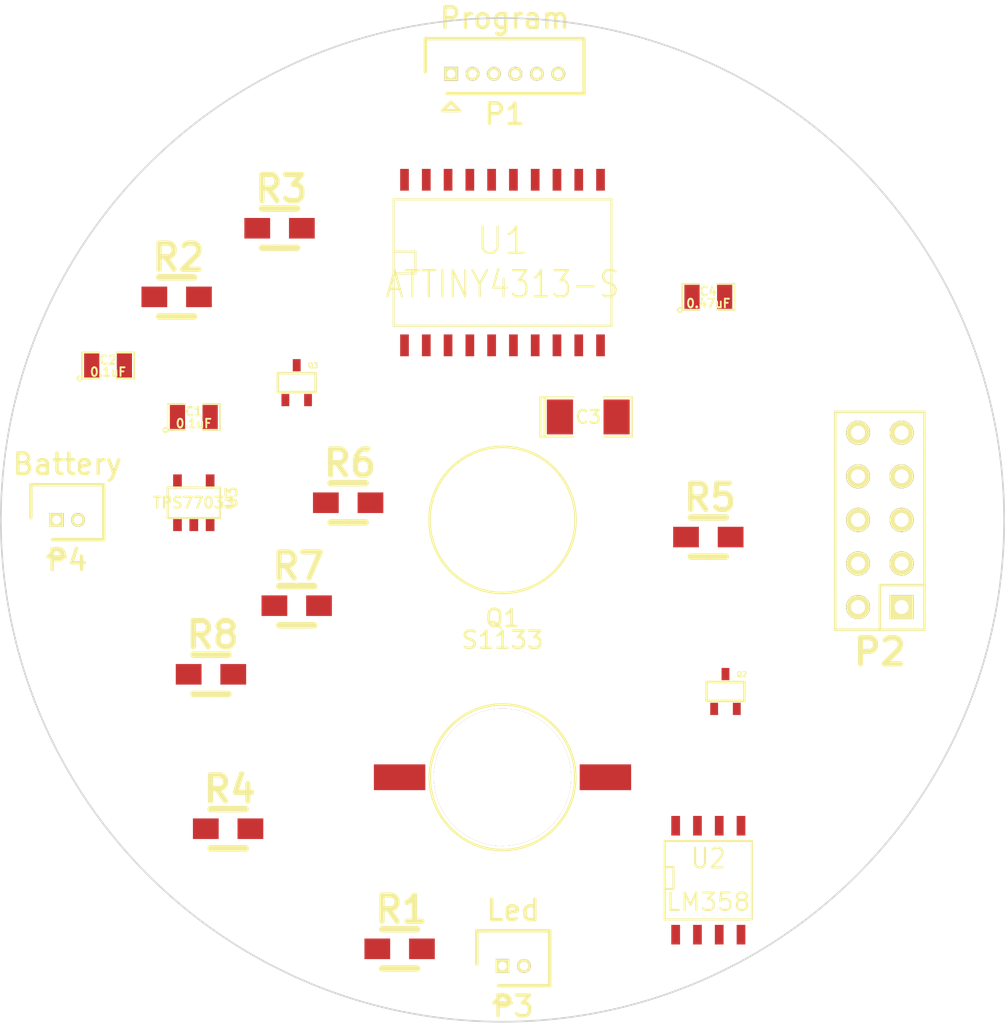
<source format=kicad_pcb>
(kicad_pcb (version 3) (host pcbnew "(2013-12-22 BZR 4568)-product")

  (general
    (links 44)
    (no_connects 35)
    (area 170.699999 69.356 230.098972 129.544)
    (thickness 1.6)
    (drawings 1)
    (tracks 0)
    (zones 0)
    (modules 23)
    (nets 35)
  )

  (page A4)
  (title_block
    (title "XBee ATTiny4313 Counting Node")
    (date "28 Jul 2014")
    (rev 0.0)
    (company "K. Sarkies")
  )

  (layers
    (15 F.Cu signal)
    (0 B.Cu signal)
    (16 B.Adhes user hide)
    (17 F.Adhes user hide)
    (18 B.Paste user hide)
    (19 F.Paste user hide)
    (20 B.SilkS user)
    (21 F.SilkS user)
    (22 B.Mask user hide)
    (23 F.Mask user hide)
    (24 Dwgs.User user hide)
    (25 Cmts.User user hide)
    (26 Eco1.User user hide)
    (27 Eco2.User user hide)
    (28 Edge.Cuts user)
  )

  (setup
    (last_trace_width 0.254)
    (trace_clearance 0.254)
    (zone_clearance 0.508)
    (zone_45_only no)
    (trace_min 0.254)
    (segment_width 0.2)
    (edge_width 0.1)
    (via_size 0.889)
    (via_drill 0.635)
    (via_min_size 0.889)
    (via_min_drill 0.508)
    (uvia_size 0.508)
    (uvia_drill 0.127)
    (uvias_allowed no)
    (uvia_min_size 0.508)
    (uvia_min_drill 0.127)
    (pcb_text_width 0.3)
    (pcb_text_size 1.5 1.5)
    (mod_edge_width 0.15)
    (mod_text_size 1 1)
    (mod_text_width 0.15)
    (pad_size 8 8)
    (pad_drill 8)
    (pad_to_mask_clearance 0)
    (aux_axis_origin 0 0)
    (visible_elements FFFFF77F)
    (pcbplotparams
      (layerselection 271613953)
      (usegerberextensions false)
      (excludeedgelayer true)
      (linewidth 0.150000)
      (plotframeref false)
      (viasonmask false)
      (mode 1)
      (useauxorigin false)
      (hpglpennumber 1)
      (hpglpenspeed 20)
      (hpglpendiameter 15)
      (hpglpenoverlay 2)
      (psnegative false)
      (psa4output false)
      (plotreference true)
      (plotvalue true)
      (plotothertext true)
      (plotinvisibletext false)
      (padsonsilk false)
      (subtractmaskfromsilk false)
      (outputformat 1)
      (mirror false)
      (drillshape 0)
      (scaleselection 1)
      (outputdirectory gerbers/))
  )

  (net 0 "")
  (net 1 GND)
  (net 2 "Net-(C1-Pad1)")
  (net 3 "Net-(C2-Pad1)")
  (net 4 "Net-(C3-Pad1)")
  (net 5 "Net-(C4-Pad1)")
  (net 6 "Net-(P1-Pad2)")
  (net 7 "Net-(P1-Pad3)")
  (net 8 "Net-(P1-Pad4)")
  (net 9 "Net-(P2-Pad10)")
  (net 10 "Net-(P2-Pad2)")
  (net 11 "Net-(P2-Pad3)")
  (net 12 "Net-(P2-Pad4)")
  (net 13 "Net-(P2-Pad5)")
  (net 14 "Net-(P2-Pad6)")
  (net 15 "Net-(P2-Pad7)")
  (net 16 "Net-(P2-Pad8)")
  (net 17 "Net-(P3-Pad1)")
  (net 18 "Net-(P4-Pad1)")
  (net 19 "Net-(Q1-Pad1)")
  (net 20 "Net-(Q1-Pad3)")
  (net 21 "Net-(Q3-PadD)")
  (net 22 "Net-(Q3-PadG)")
  (net 23 "Net-(Q3-PadS)")
  (net 24 "Net-(R3-Pad2)")
  (net 25 "Net-(R5-Pad2)")
  (net 26 "Net-(U1-Pad11)")
  (net 27 "Net-(U1-Pad12)")
  (net 28 "Net-(U1-Pad14)")
  (net 29 "Net-(U1-Pad4)")
  (net 30 "Net-(U1-Pad5)")
  (net 31 "Net-(U1-Pad7)")
  (net 32 "Net-(U1-Pad8)")
  (net 33 "Net-(U3-Pad4)")
  (net 34 VDD)

  (net_class Default "This is the default net class."
    (clearance 0.254)
    (trace_width 0.254)
    (via_dia 0.889)
    (via_drill 0.635)
    (uvia_dia 0.508)
    (uvia_drill 0.127)
    (add_net "")
    (add_net GND)
    (add_net "Net-(C1-Pad1)")
    (add_net "Net-(C2-Pad1)")
    (add_net "Net-(C3-Pad1)")
    (add_net "Net-(C4-Pad1)")
    (add_net "Net-(P1-Pad2)")
    (add_net "Net-(P1-Pad3)")
    (add_net "Net-(P1-Pad4)")
    (add_net "Net-(P2-Pad10)")
    (add_net "Net-(P2-Pad2)")
    (add_net "Net-(P2-Pad3)")
    (add_net "Net-(P2-Pad4)")
    (add_net "Net-(P2-Pad5)")
    (add_net "Net-(P2-Pad6)")
    (add_net "Net-(P2-Pad7)")
    (add_net "Net-(P2-Pad8)")
    (add_net "Net-(P3-Pad1)")
    (add_net "Net-(P4-Pad1)")
    (add_net "Net-(Q1-Pad1)")
    (add_net "Net-(Q1-Pad3)")
    (add_net "Net-(Q3-PadD)")
    (add_net "Net-(Q3-PadG)")
    (add_net "Net-(Q3-PadS)")
    (add_net "Net-(R3-Pad2)")
    (add_net "Net-(R5-Pad2)")
    (add_net "Net-(U1-Pad11)")
    (add_net "Net-(U1-Pad12)")
    (add_net "Net-(U1-Pad14)")
    (add_net "Net-(U1-Pad4)")
    (add_net "Net-(U1-Pad5)")
    (add_net "Net-(U1-Pad7)")
    (add_net "Net-(U1-Pad8)")
    (add_net "Net-(U3-Pad4)")
    (add_net VDD)
  )

  (module SMD_Packages:SM0805 (layer F.Cu) (tedit 53D59CB0) (tstamp 53D59D6E)
    (at 182 94)
    (path /53D32BD6)
    (attr smd)
    (fp_text reference C1 (at 0 -0.3175) (layer F.SilkS)
      (effects (font (size 0.50038 0.50038) (thickness 0.10922)))
    )
    (fp_text value 0.1uF (at 0 0.381) (layer F.SilkS)
      (effects (font (size 0.50038 0.50038) (thickness 0.10922)))
    )
    (fp_circle (center -1.651 0.762) (end -1.651 0.635) (layer F.SilkS) (width 0.09906))
    (fp_line (start -0.508 0.762) (end -1.524 0.762) (layer F.SilkS) (width 0.09906))
    (fp_line (start -1.524 0.762) (end -1.524 -0.762) (layer F.SilkS) (width 0.09906))
    (fp_line (start -1.524 -0.762) (end -0.508 -0.762) (layer F.SilkS) (width 0.09906))
    (fp_line (start 0.508 -0.762) (end 1.524 -0.762) (layer F.SilkS) (width 0.09906))
    (fp_line (start 1.524 -0.762) (end 1.524 0.762) (layer F.SilkS) (width 0.09906))
    (fp_line (start 1.524 0.762) (end 0.508 0.762) (layer F.SilkS) (width 0.09906))
    (pad 1 smd rect (at -0.9525 0) (size 0.889 1.397) (layers F.Cu F.Paste F.Mask)
      (net 2 "Net-(C1-Pad1)"))
    (pad 2 smd rect (at 0.9525 0) (size 0.889 1.397) (layers F.Cu F.Paste F.Mask)
      (net 1 GND))
    (model smd/chip_cms.wrl
      (at (xyz 0 0 0))
      (scale (xyz 0.1 0.1 0.1))
      (rotate (xyz 0 0 0))
    )
  )

  (module SMD_Packages:SM0805 (layer F.Cu) (tedit 53D59CB0) (tstamp 53D59D7B)
    (at 177 91)
    (path /53D32ECC)
    (attr smd)
    (fp_text reference C2 (at 0 -0.3175) (layer F.SilkS)
      (effects (font (size 0.50038 0.50038) (thickness 0.10922)))
    )
    (fp_text value 0.1uF (at 0 0.381) (layer F.SilkS)
      (effects (font (size 0.50038 0.50038) (thickness 0.10922)))
    )
    (fp_circle (center -1.651 0.762) (end -1.651 0.635) (layer F.SilkS) (width 0.09906))
    (fp_line (start -0.508 0.762) (end -1.524 0.762) (layer F.SilkS) (width 0.09906))
    (fp_line (start -1.524 0.762) (end -1.524 -0.762) (layer F.SilkS) (width 0.09906))
    (fp_line (start -1.524 -0.762) (end -0.508 -0.762) (layer F.SilkS) (width 0.09906))
    (fp_line (start 0.508 -0.762) (end 1.524 -0.762) (layer F.SilkS) (width 0.09906))
    (fp_line (start 1.524 -0.762) (end 1.524 0.762) (layer F.SilkS) (width 0.09906))
    (fp_line (start 1.524 0.762) (end 0.508 0.762) (layer F.SilkS) (width 0.09906))
    (pad 1 smd rect (at -0.9525 0) (size 0.889 1.397) (layers F.Cu F.Paste F.Mask)
      (net 3 "Net-(C2-Pad1)"))
    (pad 2 smd rect (at 0.9525 0) (size 0.889 1.397) (layers F.Cu F.Paste F.Mask)
      (net 1 GND))
    (model smd/chip_cms.wrl
      (at (xyz 0 0 0))
      (scale (xyz 0.1 0.1 0.1))
      (rotate (xyz 0 0 0))
    )
  )

  (module SMD_Packages:SM1206POL (layer F.Cu) (tedit 53D59CB0) (tstamp 53D59D8A)
    (at 205 94)
    (path /53D32BEA)
    (attr smd)
    (fp_text reference C3 (at 0 0) (layer F.SilkS)
      (effects (font (size 0.762 0.762) (thickness 0.127)))
    )
    (fp_text value 10uF (at 0 0) (layer F.SilkS) hide
      (effects (font (size 0.762 0.762) (thickness 0.127)))
    )
    (fp_line (start -2.54 -1.143) (end -2.794 -1.143) (layer F.SilkS) (width 0.127))
    (fp_line (start -2.794 -1.143) (end -2.794 1.143) (layer F.SilkS) (width 0.127))
    (fp_line (start -2.794 1.143) (end -2.54 1.143) (layer F.SilkS) (width 0.127))
    (fp_line (start -2.54 -1.143) (end -2.54 1.143) (layer F.SilkS) (width 0.127))
    (fp_line (start -2.54 1.143) (end -0.889 1.143) (layer F.SilkS) (width 0.127))
    (fp_line (start 0.889 -1.143) (end 2.54 -1.143) (layer F.SilkS) (width 0.127))
    (fp_line (start 2.54 -1.143) (end 2.54 1.143) (layer F.SilkS) (width 0.127))
    (fp_line (start 2.54 1.143) (end 0.889 1.143) (layer F.SilkS) (width 0.127))
    (fp_line (start -0.889 -1.143) (end -2.54 -1.143) (layer F.SilkS) (width 0.127))
    (pad 1 smd rect (at -1.651 0) (size 1.524 2.032) (layers F.Cu F.Paste F.Mask)
      (net 4 "Net-(C3-Pad1)"))
    (pad 2 smd rect (at 1.651 0) (size 1.524 2.032) (layers F.Cu F.Paste F.Mask)
      (net 1 GND))
    (model smd/chip_cms_pol.wrl
      (at (xyz 0 0 0))
      (scale (xyz 0.17 0.16 0.16))
      (rotate (xyz 0 0 0))
    )
  )

  (module SMD_Packages:SM0805 (layer F.Cu) (tedit 53D59CB0) (tstamp 53D59D97)
    (at 212 87)
    (path /53D36D73)
    (attr smd)
    (fp_text reference C4 (at 0 -0.3175) (layer F.SilkS)
      (effects (font (size 0.50038 0.50038) (thickness 0.10922)))
    )
    (fp_text value 0.47uF (at 0 0.381) (layer F.SilkS)
      (effects (font (size 0.50038 0.50038) (thickness 0.10922)))
    )
    (fp_circle (center -1.651 0.762) (end -1.651 0.635) (layer F.SilkS) (width 0.09906))
    (fp_line (start -0.508 0.762) (end -1.524 0.762) (layer F.SilkS) (width 0.09906))
    (fp_line (start -1.524 0.762) (end -1.524 -0.762) (layer F.SilkS) (width 0.09906))
    (fp_line (start -1.524 -0.762) (end -0.508 -0.762) (layer F.SilkS) (width 0.09906))
    (fp_line (start 0.508 -0.762) (end 1.524 -0.762) (layer F.SilkS) (width 0.09906))
    (fp_line (start 1.524 -0.762) (end 1.524 0.762) (layer F.SilkS) (width 0.09906))
    (fp_line (start 1.524 0.762) (end 0.508 0.762) (layer F.SilkS) (width 0.09906))
    (pad 1 smd rect (at -0.9525 0) (size 0.889 1.397) (layers F.Cu F.Paste F.Mask)
      (net 5 "Net-(C4-Pad1)"))
    (pad 2 smd rect (at 0.9525 0) (size 0.889 1.397) (layers F.Cu F.Paste F.Mask)
      (net 1 GND))
    (model smd/chip_cms.wrl
      (at (xyz 0 0 0))
      (scale (xyz 0.1 0.1 0.1))
      (rotate (xyz 0 0 0))
    )
  )

  (module Connectors_Serial_MOLEX:Connector_Molex_PicoBlade_53047-0610 (layer F.Cu) (tedit 53D59CB4) (tstamp 53D59DAD)
    (at 197 74)
    (descr "Molex PicoBlade 1.25mm shrouded header. Vertical. 6 ways")
    (path /53D36642)
    (fp_text reference P1 (at 3.125 2.35) (layer F.SilkS)
      (effects (font (size 1.2 1.2) (thickness 0.2)))
    )
    (fp_text value Program (at 3.125 -3.25) (layer F.SilkS)
      (effects (font (size 1.2 1.2) (thickness 0.2)))
    )
    (fp_line (start -1.5 -0.12) (end -1.5 -2.05) (layer F.SilkS) (width 0.2))
    (fp_line (start -1.5 -2.05) (end 7.75 -2.05) (layer F.SilkS) (width 0.2))
    (fp_line (start 7.75 -2.05) (end 7.75 1.15) (layer F.SilkS) (width 0.2))
    (fp_line (start 7.75 1.15) (end -0.23 1.15) (layer F.SilkS) (width 0.2))
    (fp_line (start 0 1.65) (end 0.5 2.15) (layer F.SilkS) (width 0.2))
    (fp_line (start 0.5 2.15) (end -0.5 2.15) (layer F.SilkS) (width 0.2))
    (fp_line (start -0.5 2.15) (end 0 1.65) (layer F.SilkS) (width 0.2))
    (fp_line (start -0.23 1.15) (end -1.5 -0.12) (layer F.Adhes) (width 0.2))
    (fp_line (start -1.5 -0.12) (end -1.5 -2.05) (layer F.Adhes) (width 0.2))
    (fp_line (start -1.5 -2.05) (end 7.75 -2.05) (layer F.Adhes) (width 0.2))
    (fp_line (start 7.75 -2.05) (end 7.75 1.15) (layer F.Adhes) (width 0.2))
    (fp_line (start 7.75 1.15) (end -0.23 1.15) (layer F.Adhes) (width 0.2))
    (pad 1 thru_hole rect (at 0 0) (size 0.8 0.8) (drill 0.5) (layers *.Cu *.Mask F.SilkS)
      (net 1 GND))
    (pad 2 thru_hole oval (at 1.25 0) (size 0.8 0.8) (drill 0.5) (layers *.Cu *.Mask F.SilkS)
      (net 6 "Net-(P1-Pad2)"))
    (pad 3 thru_hole oval (at 2.5 0) (size 0.8 0.8) (drill 0.5) (layers *.Cu *.Mask F.SilkS)
      (net 7 "Net-(P1-Pad3)"))
    (pad 4 thru_hole oval (at 3.75 0) (size 0.8 0.8) (drill 0.5) (layers *.Cu *.Mask F.SilkS)
      (net 8 "Net-(P1-Pad4)"))
    (pad 5 thru_hole oval (at 5 0) (size 0.8 0.8) (drill 0.5) (layers *.Cu *.Mask F.SilkS)
      (net 2 "Net-(C1-Pad1)"))
    (pad 6 thru_hole oval (at 6.25 0) (size 0.8 0.8) (drill 0.5) (layers *.Cu *.Mask F.SilkS)
      (net 34 VDD))
    (model Connectors/conn_df13/df13-6p-125dsa.wrl
      (at (xyz 0.123031 0 0))
      (scale (xyz 1 1 1))
      (rotate (xyz 0 0 180))
    )
  )

  (module imciner2:CONN_2x5 (layer F.Cu) (tedit 5214D2D0) (tstamp 53D5AA47)
    (at 222 100)
    (path /53D44116)
    (fp_text reference P2 (at 0 7.7) (layer F.SilkS)
      (effects (font (thickness 0.3048)))
    )
    (fp_text value "XBee Adaptor" (at 0 -7.2) (layer F.SilkS) hide
      (effects (font (thickness 0.3048)))
    )
    (fp_line (start 2.6 6.4) (end 2.6 3.8) (layer F.SilkS) (width 0.15))
    (fp_line (start 0 6.4) (end -2.5 6.4) (layer F.SilkS) (width 0.15))
    (fp_line (start -2.5 6.4) (end -2.6 6.4) (layer F.SilkS) (width 0.15))
    (fp_line (start -2.6 6.4) (end -2.6 0.9) (layer F.SilkS) (width 0.15))
    (fp_line (start 2.6 2.6) (end 2.6 3.8) (layer F.SilkS) (width 0.15))
    (fp_line (start 0 6.4) (end 2.6 6.4) (layer F.SilkS) (width 0.15))
    (fp_line (start 0 6.4) (end 0 3.8) (layer F.SilkS) (width 0.15))
    (fp_line (start 0 3.8) (end 2.6 3.8) (layer F.SilkS) (width 0.15))
    (fp_line (start -2.6 -5.1) (end -2.6 -6.3) (layer F.SilkS) (width 0.15))
    (fp_line (start -2.6 -6.3) (end 2.6 -6.3) (layer F.SilkS) (width 0.15))
    (fp_line (start 2.6 -6.3) (end 2.6 -5.1) (layer F.SilkS) (width 0.15))
    (fp_line (start 2.6 2.6) (end 2.6 -3.9) (layer F.SilkS) (width 0.15))
    (fp_line (start 2.6 -3.9) (end 2.6 -5) (layer F.SilkS) (width 0.15))
    (fp_line (start 2.6 -5) (end 2.6 -5.1) (layer F.SilkS) (width 0.15))
    (fp_line (start -2.6 -5.1) (end -2.6 -3.2) (layer F.SilkS) (width 0.15))
    (fp_line (start -2.6 0.9) (end -2.6 -3.2) (layer F.SilkS) (width 0.15))
    (pad 1 thru_hole rect (at 1.27 5.08) (size 1.397 1.397) (drill 0.8128) (layers *.Cu *.Mask F.SilkS)
      (net 34 VDD))
    (pad 2 thru_hole circle (at -1.27 5.08) (size 1.397 1.397) (drill 0.8128) (layers *.Cu *.Mask F.SilkS)
      (net 10 "Net-(P2-Pad2)"))
    (pad 3 thru_hole circle (at 1.27 2.54) (size 1.397 1.397) (drill 0.8128) (layers *.Cu *.Mask F.SilkS)
      (net 11 "Net-(P2-Pad3)"))
    (pad 4 thru_hole circle (at -1.27 2.54) (size 1.397 1.397) (drill 0.8128) (layers *.Cu *.Mask F.SilkS)
      (net 12 "Net-(P2-Pad4)"))
    (pad 5 thru_hole circle (at 1.27 0) (size 1.397 1.397) (drill 0.8128) (layers *.Cu *.Mask F.SilkS)
      (net 13 "Net-(P2-Pad5)"))
    (pad 6 thru_hole circle (at -1.27 0) (size 1.397 1.397) (drill 0.8128) (layers *.Cu *.Mask F.SilkS)
      (net 14 "Net-(P2-Pad6)"))
    (pad 7 thru_hole circle (at 1.27 -2.54) (size 1.397 1.397) (drill 0.8128) (layers *.Cu *.Mask F.SilkS)
      (net 15 "Net-(P2-Pad7)"))
    (pad 8 thru_hole circle (at -1.27 -2.54) (size 1.397 1.397) (drill 0.8128) (layers *.Cu *.Mask F.SilkS)
      (net 16 "Net-(P2-Pad8)"))
    (pad 9 thru_hole circle (at 1.27 -5.08) (size 1.397 1.397) (drill 0.8128) (layers *.Cu *.Mask F.SilkS)
      (net 1 GND))
    (pad 10 thru_hole circle (at -1.27 -5.08) (size 1.397 1.397) (drill 0.8128) (layers *.Cu *.Mask F.SilkS)
      (net 9 "Net-(P2-Pad10)"))
  )

  (module Connectors_Serial_MOLEX:Connector_Molex_PicoBlade_53047-0210 (layer F.Cu) (tedit 53D59CB4) (tstamp 53D59DDD)
    (at 200 126)
    (descr "Molex PicoBlade 1.25mm shrouded header. Vertical. 2 ways")
    (path /53D4FA83)
    (fp_text reference P3 (at 0.625 2.35) (layer F.SilkS)
      (effects (font (size 1.2 1.2) (thickness 0.2)))
    )
    (fp_text value Led (at 0.625 -3.25) (layer F.SilkS)
      (effects (font (size 1.2 1.2) (thickness 0.2)))
    )
    (fp_line (start -1.5 -0.12) (end -1.5 -2.05) (layer F.SilkS) (width 0.2))
    (fp_line (start -1.5 -2.05) (end 2.75 -2.05) (layer F.SilkS) (width 0.2))
    (fp_line (start 2.75 -2.05) (end 2.75 1.15) (layer F.SilkS) (width 0.2))
    (fp_line (start 2.75 1.15) (end -0.23 1.15) (layer F.SilkS) (width 0.2))
    (fp_line (start 0 1.65) (end 0.5 2.15) (layer F.SilkS) (width 0.2))
    (fp_line (start 0.5 2.15) (end -0.5 2.15) (layer F.SilkS) (width 0.2))
    (fp_line (start -0.5 2.15) (end 0 1.65) (layer F.SilkS) (width 0.2))
    (fp_line (start -0.23 1.15) (end -1.5 -0.12) (layer F.Adhes) (width 0.2))
    (fp_line (start -1.5 -0.12) (end -1.5 -2.05) (layer F.Adhes) (width 0.2))
    (fp_line (start -1.5 -2.05) (end 2.75 -2.05) (layer F.Adhes) (width 0.2))
    (fp_line (start 2.75 -2.05) (end 2.75 1.15) (layer F.Adhes) (width 0.2))
    (fp_line (start 2.75 1.15) (end -0.23 1.15) (layer F.Adhes) (width 0.2))
    (pad 1 thru_hole rect (at 0 0) (size 0.8 0.8) (drill 0.5) (layers *.Cu *.Mask F.SilkS)
      (net 17 "Net-(P3-Pad1)"))
    (pad 2 thru_hole oval (at 1.25 0) (size 0.8 0.8) (drill 0.5) (layers *.Cu *.Mask F.SilkS)
      (net 1 GND))
    (model Connectors/conn_df13/df13-2p-125dsa.wrl
      (at (xyz 0.0246063 0 0))
      (scale (xyz 1 1 1))
      (rotate (xyz 0 0 180))
    )
  )

  (module Connectors_Serial_MOLEX:Connector_Molex_PicoBlade_53047-0210 (layer F.Cu) (tedit 53D59CB4) (tstamp 53D59DEF)
    (at 174 100)
    (descr "Molex PicoBlade 1.25mm shrouded header. Vertical. 2 ways")
    (path /53D32A7E)
    (fp_text reference P4 (at 0.625 2.35) (layer F.SilkS)
      (effects (font (size 1.2 1.2) (thickness 0.2)))
    )
    (fp_text value Battery (at 0.625 -3.25) (layer F.SilkS)
      (effects (font (size 1.2 1.2) (thickness 0.2)))
    )
    (fp_line (start -1.5 -0.12) (end -1.5 -2.05) (layer F.SilkS) (width 0.2))
    (fp_line (start -1.5 -2.05) (end 2.75 -2.05) (layer F.SilkS) (width 0.2))
    (fp_line (start 2.75 -2.05) (end 2.75 1.15) (layer F.SilkS) (width 0.2))
    (fp_line (start 2.75 1.15) (end -0.23 1.15) (layer F.SilkS) (width 0.2))
    (fp_line (start 0 1.65) (end 0.5 2.15) (layer F.SilkS) (width 0.2))
    (fp_line (start 0.5 2.15) (end -0.5 2.15) (layer F.SilkS) (width 0.2))
    (fp_line (start -0.5 2.15) (end 0 1.65) (layer F.SilkS) (width 0.2))
    (fp_line (start -0.23 1.15) (end -1.5 -0.12) (layer F.Adhes) (width 0.2))
    (fp_line (start -1.5 -0.12) (end -1.5 -2.05) (layer F.Adhes) (width 0.2))
    (fp_line (start -1.5 -2.05) (end 2.75 -2.05) (layer F.Adhes) (width 0.2))
    (fp_line (start 2.75 -2.05) (end 2.75 1.15) (layer F.Adhes) (width 0.2))
    (fp_line (start 2.75 1.15) (end -0.23 1.15) (layer F.Adhes) (width 0.2))
    (pad 1 thru_hole rect (at 0 0) (size 0.8 0.8) (drill 0.5) (layers *.Cu *.Mask F.SilkS)
      (net 18 "Net-(P4-Pad1)"))
    (pad 2 thru_hole oval (at 1.25 0) (size 0.8 0.8) (drill 0.5) (layers *.Cu *.Mask F.SilkS)
      (net 1 GND))
    (model Connectors/conn_df13/df13-2p-125dsa.wrl
      (at (xyz 0.0246063 0 0))
      (scale (xyz 1 1 1))
      (rotate (xyz 0 0 180))
    )
  )

  (module PhotoDiode:S1133 (layer F.Cu) (tedit 53D59CB2) (tstamp 53D59DF7)
    (at 200 107)
    (path /53D35EC7)
    (fp_text reference Q1 (at 0 -1.27) (layer F.SilkS)
      (effects (font (size 1 1) (thickness 0.15)))
    )
    (fp_text value S1133 (at 0 0) (layer F.SilkS)
      (effects (font (size 1 1) (thickness 0.15)))
    )
    (fp_circle (center 0 8) (end 3 5) (layer F.SilkS) (width 0.15))
    (pad 1 smd rect (at 6 8) (size 3 1.5) (layers F.Cu F.Paste F.Mask)
      (net 19 "Net-(Q1-Pad1)"))
    (pad 2 smd rect (at -6 8) (size 3 1.5) (layers F.Cu F.Paste F.Mask))
    (pad 2 thru_hole circle (at 0 8) (size 8 8) (drill 8) (layers *.Cu *.Mask F.SilkS))
  )

  (module Transistors_SMD:sc70 (layer F.Cu) (tedit 53D59CAC) (tstamp 53D59E03)
    (at 213 110)
    (descr SC70)
    (path /53D35E04)
    (attr smd)
    (fp_text reference Q2 (at 0.95 -1) (layer F.SilkS)
      (effects (font (size 0.29972 0.29972) (thickness 0.06096)))
    )
    (fp_text value S9014 (at 1.85 0.25) (layer F.SilkS) hide
      (effects (font (size 0.29972 0.29972) (thickness 0.06096)))
    )
    (fp_line (start -1.1 -0.55) (end -1.1 0.55) (layer F.SilkS) (width 0.15))
    (fp_line (start -1.1 0.55) (end 1.1 0.55) (layer F.SilkS) (width 0.15))
    (fp_line (start 1.1 0.55) (end 1.1 -0.55) (layer F.SilkS) (width 0.15))
    (fp_line (start 1.1 -0.55) (end -1.05 -0.55) (layer F.SilkS) (width 0.15))
    (fp_line (start -1.05 -0.55) (end -1.1 -0.55) (layer F.SilkS) (width 0.15))
    (pad 1 smd rect (at -0.6604 1.016) (size 0.4572 0.7112) (layers F.Cu F.Paste F.Mask)
      (net 1 GND))
    (pad 2 smd rect (at 0.6604 1.016) (size 0.4572 0.7112) (layers F.Cu F.Paste F.Mask)
      (net 19 "Net-(Q1-Pad1)"))
    (pad 3 smd rect (at 0 -1.016) (size 0.4572 0.7112) (layers F.Cu F.Paste F.Mask)
      (net 20 "Net-(Q1-Pad3)"))
    (model smd/smd_transistors/sc70.wrl
      (at (xyz 0 0 0))
      (scale (xyz 1 1 1))
      (rotate (xyz 0 0 0))
    )
  )

  (module Transistors_SMD:sc70 (layer F.Cu) (tedit 53D59CAC) (tstamp 53D59E0F)
    (at 188 92)
    (descr SC70)
    (path /53D32AE5)
    (attr smd)
    (fp_text reference Q3 (at 0.95 -1) (layer F.SilkS)
      (effects (font (size 0.29972 0.29972) (thickness 0.06096)))
    )
    (fp_text value 2N7000 (at 1.85 0.25) (layer F.SilkS) hide
      (effects (font (size 0.29972 0.29972) (thickness 0.06096)))
    )
    (fp_line (start -1.1 -0.55) (end -1.1 0.55) (layer F.SilkS) (width 0.15))
    (fp_line (start -1.1 0.55) (end 1.1 0.55) (layer F.SilkS) (width 0.15))
    (fp_line (start 1.1 0.55) (end 1.1 -0.55) (layer F.SilkS) (width 0.15))
    (fp_line (start 1.1 -0.55) (end -1.05 -0.55) (layer F.SilkS) (width 0.15))
    (fp_line (start -1.05 -0.55) (end -1.1 -0.55) (layer F.SilkS) (width 0.15))
    (pad 1 smd rect (at -0.6604 1.016) (size 0.4572 0.7112) (layers F.Cu F.Paste F.Mask))
    (pad 2 smd rect (at 0.6604 1.016) (size 0.4572 0.7112) (layers F.Cu F.Paste F.Mask))
    (pad 3 smd rect (at 0 -1.016) (size 0.4572 0.7112) (layers F.Cu F.Paste F.Mask))
    (model smd/smd_transistors/sc70.wrl
      (at (xyz 0 0 0))
      (scale (xyz 1 1 1))
      (rotate (xyz 0 0 0))
    )
  )

  (module Resistors_SMD:Resistor_SMD0805_HandSoldering (layer F.Cu) (tedit 53D59CB2) (tstamp 53D59E19)
    (at 194 125)
    (descr "Resistor, SMD, 0805, Hand soldering,")
    (tags "Resistor, SMD, 0805, Hand soldering,")
    (path /53D4FCA0)
    (attr smd)
    (fp_text reference R1 (at 0.09906 -2.30124) (layer F.SilkS)
      (effects (font (thickness 0.3048)))
    )
    (fp_text value 33K (at 0.20066 2.60096) (layer F.SilkS) hide
      (effects (font (thickness 0.3048)))
    )
    (fp_line (start 0 -1.143) (end -1.016 -1.143) (layer F.SilkS) (width 0.381))
    (fp_line (start 0 -1.143) (end 1.016 -1.143) (layer F.SilkS) (width 0.381))
    (fp_line (start 0 1.143) (end -1.016 1.143) (layer F.SilkS) (width 0.381))
    (fp_line (start 0 1.143) (end 1.016 1.143) (layer F.SilkS) (width 0.381))
    (pad 1 smd rect (at -1.30048 0) (size 1.50114 1.19888) (layers F.Cu F.Paste F.Mask)
      (net 17 "Net-(P3-Pad1)"))
    (pad 2 smd rect (at 1.30048 0) (size 1.50114 1.19888) (layers F.Cu F.Paste F.Mask)
      (net 18 "Net-(P4-Pad1)"))
  )

  (module Resistors_SMD:Resistor_SMD0805_HandSoldering (layer F.Cu) (tedit 53D59CB2) (tstamp 53D59E23)
    (at 181 87)
    (descr "Resistor, SMD, 0805, Hand soldering,")
    (tags "Resistor, SMD, 0805, Hand soldering,")
    (path /53D35F1D)
    (attr smd)
    (fp_text reference R2 (at 0.09906 -2.30124) (layer F.SilkS)
      (effects (font (thickness 0.3048)))
    )
    (fp_text value 100K (at 0.20066 2.60096) (layer F.SilkS) hide
      (effects (font (thickness 0.3048)))
    )
    (fp_line (start 0 -1.143) (end -1.016 -1.143) (layer F.SilkS) (width 0.381))
    (fp_line (start 0 -1.143) (end 1.016 -1.143) (layer F.SilkS) (width 0.381))
    (fp_line (start 0 1.143) (end -1.016 1.143) (layer F.SilkS) (width 0.381))
    (fp_line (start 0 1.143) (end 1.016 1.143) (layer F.SilkS) (width 0.381))
    (pad 1 smd rect (at -1.30048 0) (size 1.50114 1.19888) (layers F.Cu F.Paste F.Mask)
      (net 34 VDD))
    (pad 2 smd rect (at 1.30048 0) (size 1.50114 1.19888) (layers F.Cu F.Paste F.Mask)
      (net 20 "Net-(Q1-Pad3)"))
  )

  (module Resistors_SMD:Resistor_SMD0805_HandSoldering (layer F.Cu) (tedit 53D59CB2) (tstamp 53D59E2D)
    (at 187 83)
    (descr "Resistor, SMD, 0805, Hand soldering,")
    (tags "Resistor, SMD, 0805, Hand soldering,")
    (path /53D32BAE)
    (attr smd)
    (fp_text reference R3 (at 0.09906 -2.30124) (layer F.SilkS)
      (effects (font (thickness 0.3048)))
    )
    (fp_text value 120K (at 0.20066 2.60096) (layer F.SilkS) hide
      (effects (font (thickness 0.3048)))
    )
    (fp_line (start 0 -1.143) (end -1.016 -1.143) (layer F.SilkS) (width 0.381))
    (fp_line (start 0 -1.143) (end 1.016 -1.143) (layer F.SilkS) (width 0.381))
    (fp_line (start 0 1.143) (end -1.016 1.143) (layer F.SilkS) (width 0.381))
    (fp_line (start 0 1.143) (end 1.016 1.143) (layer F.SilkS) (width 0.381))
    (pad 1 smd rect (at -1.30048 0) (size 1.50114 1.19888) (layers F.Cu F.Paste F.Mask)
      (net 34 VDD))
    (pad 2 smd rect (at 1.30048 0) (size 1.50114 1.19888) (layers F.Cu F.Paste F.Mask)
      (net 24 "Net-(R3-Pad2)"))
  )

  (module Resistors_SMD:Resistor_SMD0805_HandSoldering (layer F.Cu) (tedit 53D59CB2) (tstamp 53D59E37)
    (at 184 118)
    (descr "Resistor, SMD, 0805, Hand soldering,")
    (tags "Resistor, SMD, 0805, Hand soldering,")
    (path /53D35C10)
    (attr smd)
    (fp_text reference R4 (at 0.09906 -2.30124) (layer F.SilkS)
      (effects (font (thickness 0.3048)))
    )
    (fp_text value 22K (at 0.20066 2.60096) (layer F.SilkS) hide
      (effects (font (thickness 0.3048)))
    )
    (fp_line (start 0 -1.143) (end -1.016 -1.143) (layer F.SilkS) (width 0.381))
    (fp_line (start 0 -1.143) (end 1.016 -1.143) (layer F.SilkS) (width 0.381))
    (fp_line (start 0 1.143) (end -1.016 1.143) (layer F.SilkS) (width 0.381))
    (fp_line (start 0 1.143) (end 1.016 1.143) (layer F.SilkS) (width 0.381))
    (pad 1 smd rect (at -1.30048 0) (size 1.50114 1.19888) (layers F.Cu F.Paste F.Mask)
      (net 24 "Net-(R3-Pad2)"))
    (pad 2 smd rect (at 1.30048 0) (size 1.50114 1.19888) (layers F.Cu F.Paste F.Mask)
      (net 1 GND))
  )

  (module Resistors_SMD:Resistor_SMD0805_HandSoldering (layer F.Cu) (tedit 53D59CB2) (tstamp 53D59E41)
    (at 212 101)
    (descr "Resistor, SMD, 0805, Hand soldering,")
    (tags "Resistor, SMD, 0805, Hand soldering,")
    (path /53D35C63)
    (attr smd)
    (fp_text reference R5 (at 0.09906 -2.30124) (layer F.SilkS)
      (effects (font (thickness 0.3048)))
    )
    (fp_text value 1M (at 0.20066 2.60096) (layer F.SilkS) hide
      (effects (font (thickness 0.3048)))
    )
    (fp_line (start 0 -1.143) (end -1.016 -1.143) (layer F.SilkS) (width 0.381))
    (fp_line (start 0 -1.143) (end 1.016 -1.143) (layer F.SilkS) (width 0.381))
    (fp_line (start 0 1.143) (end -1.016 1.143) (layer F.SilkS) (width 0.381))
    (fp_line (start 0 1.143) (end 1.016 1.143) (layer F.SilkS) (width 0.381))
    (pad 1 smd rect (at -1.30048 0) (size 1.50114 1.19888) (layers F.Cu F.Paste F.Mask)
      (net 24 "Net-(R3-Pad2)"))
    (pad 2 smd rect (at 1.30048 0) (size 1.50114 1.19888) (layers F.Cu F.Paste F.Mask)
      (net 25 "Net-(R5-Pad2)"))
  )

  (module Resistors_SMD:Resistor_SMD0805_HandSoldering (layer F.Cu) (tedit 53D59CB2) (tstamp 53D59E4B)
    (at 191 99)
    (descr "Resistor, SMD, 0805, Hand soldering,")
    (tags "Resistor, SMD, 0805, Hand soldering,")
    (path /53D32B68)
    (attr smd)
    (fp_text reference R6 (at 0.09906 -2.30124) (layer F.SilkS)
      (effects (font (thickness 0.3048)))
    )
    (fp_text value 10K (at 0.20066 2.60096) (layer F.SilkS) hide
      (effects (font (thickness 0.3048)))
    )
    (fp_line (start 0 -1.143) (end -1.016 -1.143) (layer F.SilkS) (width 0.381))
    (fp_line (start 0 -1.143) (end 1.016 -1.143) (layer F.SilkS) (width 0.381))
    (fp_line (start 0 1.143) (end -1.016 1.143) (layer F.SilkS) (width 0.381))
    (fp_line (start 0 1.143) (end 1.016 1.143) (layer F.SilkS) (width 0.381))
    (pad 1 smd rect (at -1.30048 0) (size 1.50114 1.19888) (layers F.Cu F.Paste F.Mask)
      (net 2 "Net-(C1-Pad1)"))
    (pad 2 smd rect (at 1.30048 0) (size 1.50114 1.19888) (layers F.Cu F.Paste F.Mask)
      (net 34 VDD))
  )

  (module Resistors_SMD:Resistor_SMD0805_HandSoldering (layer F.Cu) (tedit 53D59CB2) (tstamp 53D59E55)
    (at 188 105)
    (descr "Resistor, SMD, 0805, Hand soldering,")
    (tags "Resistor, SMD, 0805, Hand soldering,")
    (path /53D32AFA)
    (attr smd)
    (fp_text reference R7 (at 0.09906 -2.30124) (layer F.SilkS)
      (effects (font (thickness 0.3048)))
    )
    (fp_text value 15K (at 0.20066 2.60096) (layer F.SilkS) hide
      (effects (font (thickness 0.3048)))
    )
    (fp_line (start 0 -1.143) (end -1.016 -1.143) (layer F.SilkS) (width 0.381))
    (fp_line (start 0 -1.143) (end 1.016 -1.143) (layer F.SilkS) (width 0.381))
    (fp_line (start 0 1.143) (end -1.016 1.143) (layer F.SilkS) (width 0.381))
    (fp_line (start 0 1.143) (end 1.016 1.143) (layer F.SilkS) (width 0.381))
    (pad 1 smd rect (at -1.30048 0) (size 1.50114 1.19888) (layers F.Cu F.Paste F.Mask)
      (net 18 "Net-(P4-Pad1)"))
    (pad 2 smd rect (at 1.30048 0) (size 1.50114 1.19888) (layers F.Cu F.Paste F.Mask)
      (net 21 "Net-(Q3-PadD)"))
  )

  (module Resistors_SMD:Resistor_SMD0805_HandSoldering (layer F.Cu) (tedit 53D59CB2) (tstamp 53D59E5F)
    (at 183 109)
    (descr "Resistor, SMD, 0805, Hand soldering,")
    (tags "Resistor, SMD, 0805, Hand soldering,")
    (path /53D32B0E)
    (attr smd)
    (fp_text reference R8 (at 0.09906 -2.30124) (layer F.SilkS)
      (effects (font (thickness 0.3048)))
    )
    (fp_text value 4.7K (at 0.20066 2.60096) (layer F.SilkS) hide
      (effects (font (thickness 0.3048)))
    )
    (fp_line (start 0 -1.143) (end -1.016 -1.143) (layer F.SilkS) (width 0.381))
    (fp_line (start 0 -1.143) (end 1.016 -1.143) (layer F.SilkS) (width 0.381))
    (fp_line (start 0 1.143) (end -1.016 1.143) (layer F.SilkS) (width 0.381))
    (fp_line (start 0 1.143) (end 1.016 1.143) (layer F.SilkS) (width 0.381))
    (pad 1 smd rect (at -1.30048 0) (size 1.50114 1.19888) (layers F.Cu F.Paste F.Mask)
      (net 23 "Net-(Q3-PadS)"))
    (pad 2 smd rect (at 1.30048 0) (size 1.50114 1.19888) (layers F.Cu F.Paste F.Mask)
      (net 1 GND))
  )

  (module SMD_Packages:SO20L (layer F.Cu) (tedit 53D59CB0) (tstamp 53D5AA28)
    (at 200 85)
    (descr "Cms SOJ 20 pins large")
    (tags "CMS SOJ")
    (path /53CEECF3)
    (attr smd)
    (fp_text reference U1 (at 0 -1.27) (layer F.SilkS)
      (effects (font (thickness 0.127)))
    )
    (fp_text value ATTINY4313-S (at 0 1.27) (layer F.SilkS)
      (effects (font (size 1.524 1.27) (thickness 0.127)))
    )
    (fp_line (start 6.35 3.683) (end 6.35 -3.683) (layer F.SilkS) (width 0.127))
    (fp_line (start -6.35 -3.683) (end -6.35 3.683) (layer F.SilkS) (width 0.127))
    (fp_line (start 6.35 3.683) (end -6.35 3.683) (layer F.SilkS) (width 0.127))
    (fp_line (start -6.35 -3.683) (end 6.35 -3.683) (layer F.SilkS) (width 0.127))
    (fp_line (start -6.35 -0.635) (end -5.08 -0.635) (layer F.SilkS) (width 0.127))
    (fp_line (start -5.08 -0.635) (end -5.08 0.635) (layer F.SilkS) (width 0.127))
    (fp_line (start -5.08 0.635) (end -6.35 0.635) (layer F.SilkS) (width 0.127))
    (pad 11 smd rect (at 5.715 -4.826) (size 0.508 1.27) (layers F.Cu F.Paste F.Mask)
      (net 26 "Net-(U1-Pad11)"))
    (pad 12 smd rect (at 4.445 -4.826) (size 0.508 1.27) (layers F.Cu F.Paste F.Mask)
      (net 27 "Net-(U1-Pad12)"))
    (pad 13 smd rect (at 3.175 -4.826) (size 0.508 1.27) (layers F.Cu F.Paste F.Mask)
      (net 14 "Net-(P2-Pad6)"))
    (pad 14 smd rect (at 1.905 -4.826) (size 0.508 1.27) (layers F.Cu F.Paste F.Mask)
      (net 28 "Net-(U1-Pad14)"))
    (pad 15 smd rect (at 0.635 -4.826) (size 0.508 1.27) (layers F.Cu F.Paste F.Mask)
      (net 10 "Net-(P2-Pad2)"))
    (pad 16 smd rect (at -0.635 -4.826) (size 0.508 1.27) (layers F.Cu F.Paste F.Mask)
      (net 15 "Net-(P2-Pad7)"))
    (pad 17 smd rect (at -1.905 -4.826) (size 0.508 1.27) (layers F.Cu F.Paste F.Mask)
      (net 6 "Net-(P1-Pad2)"))
    (pad 18 smd rect (at -3.175 -4.826) (size 0.508 1.27) (layers F.Cu F.Paste F.Mask)
      (net 7 "Net-(P1-Pad3)"))
    (pad 19 smd rect (at -4.445 -4.826) (size 0.508 1.27) (layers F.Cu F.Paste F.Mask)
      (net 8 "Net-(P1-Pad4)"))
    (pad 20 smd rect (at -5.715 -4.826) (size 0.508 1.27) (layers F.Cu F.Paste F.Mask)
      (net 34 VDD))
    (pad 1 smd rect (at -5.715 4.826) (size 0.508 1.27) (layers F.Cu F.Paste F.Mask)
      (net 2 "Net-(C1-Pad1)"))
    (pad 2 smd rect (at -4.445 4.826) (size 0.508 1.27) (layers F.Cu F.Paste F.Mask)
      (net 11 "Net-(P2-Pad3)"))
    (pad 3 smd rect (at -3.175 4.826) (size 0.508 1.27) (layers F.Cu F.Paste F.Mask)
      (net 13 "Net-(P2-Pad5)"))
    (pad 4 smd rect (at -1.905 4.826) (size 0.508 1.27) (layers F.Cu F.Paste F.Mask)
      (net 29 "Net-(U1-Pad4)"))
    (pad 5 smd rect (at -0.635 4.826) (size 0.508 1.27) (layers F.Cu F.Paste F.Mask)
      (net 30 "Net-(U1-Pad5)"))
    (pad 6 smd rect (at 0.635 4.826) (size 0.508 1.27) (layers F.Cu F.Paste F.Mask)
      (net 25 "Net-(R5-Pad2)"))
    (pad 7 smd rect (at 1.905 4.826) (size 0.508 1.27) (layers F.Cu F.Paste F.Mask)
      (net 31 "Net-(U1-Pad7)"))
    (pad 8 smd rect (at 3.175 4.826) (size 0.508 1.27) (layers F.Cu F.Paste F.Mask)
      (net 32 "Net-(U1-Pad8)"))
    (pad 9 smd rect (at 4.445 4.826) (size 0.508 1.27) (layers F.Cu F.Paste F.Mask)
      (net 22 "Net-(Q3-PadG)"))
    (pad 10 smd rect (at 5.715 4.826) (size 0.508 1.27) (layers F.Cu F.Paste F.Mask)
      (net 1 GND))
    (model smd/cms_so20.wrl
      (at (xyz 0 0 0))
      (scale (xyz 0.5 0.6 0.5))
      (rotate (xyz 0 0 0))
    )
  )

  (module SMD_Packages:SO8N (layer F.Cu) (tedit 53D59CB0) (tstamp 53D5AAED)
    (at 212 121)
    (descr "Module CMS SOJ 8 pins large")
    (tags "CMS SOJ")
    (path /53D35B75)
    (attr smd)
    (fp_text reference U2 (at 0 -1.27) (layer F.SilkS)
      (effects (font (size 1.143 1.016) (thickness 0.127)))
    )
    (fp_text value LM358 (at 0 1.27) (layer F.SilkS)
      (effects (font (size 1.016 1.016) (thickness 0.127)))
    )
    (fp_line (start -2.54 -2.286) (end 2.54 -2.286) (layer F.SilkS) (width 0.127))
    (fp_line (start 2.54 -2.286) (end 2.54 2.286) (layer F.SilkS) (width 0.127))
    (fp_line (start 2.54 2.286) (end -2.54 2.286) (layer F.SilkS) (width 0.127))
    (fp_line (start -2.54 2.286) (end -2.54 -2.286) (layer F.SilkS) (width 0.127))
    (fp_line (start -2.54 -0.762) (end -2.032 -0.762) (layer F.SilkS) (width 0.127))
    (fp_line (start -2.032 -0.762) (end -2.032 0.508) (layer F.SilkS) (width 0.127))
    (fp_line (start -2.032 0.508) (end -2.54 0.508) (layer F.SilkS) (width 0.127))
    (pad 8 smd rect (at -1.905 -3.175) (size 0.508 1.143) (layers F.Cu F.Paste F.Mask)
      (net 34 VDD))
    (pad 7 smd rect (at -0.635 -3.175) (size 0.508 1.143) (layers F.Cu F.Paste F.Mask))
    (pad 6 smd rect (at 0.635 -3.175) (size 0.508 1.143) (layers F.Cu F.Paste F.Mask))
    (pad 5 smd rect (at 1.905 -3.175) (size 0.508 1.143) (layers F.Cu F.Paste F.Mask))
    (pad 4 smd rect (at 1.905 3.175) (size 0.508 1.143) (layers F.Cu F.Paste F.Mask)
      (net 1 GND))
    (pad 3 smd rect (at 0.635 3.175) (size 0.508 1.143) (layers F.Cu F.Paste F.Mask)
      (net 24 "Net-(R3-Pad2)"))
    (pad 2 smd rect (at -0.635 3.175) (size 0.508 1.143) (layers F.Cu F.Paste F.Mask)
      (net 20 "Net-(Q1-Pad3)"))
    (pad 1 smd rect (at -1.905 3.175) (size 0.508 1.143) (layers F.Cu F.Paste F.Mask)
      (net 25 "Net-(R5-Pad2)"))
    (model smd/cms_so8.wrl
      (at (xyz 0 0 0))
      (scale (xyz 0.5 0.38 0.5))
      (rotate (xyz 0 0 0))
    )
  )

  (module SMD_Packages:SOT23-5 (layer F.Cu) (tedit 53D59CB0) (tstamp 53D59E9E)
    (at 182 99)
    (path /53D3518C)
    (attr smd)
    (fp_text reference U3 (at 2.19964 -0.29972 90) (layer F.SilkS)
      (effects (font (size 0.635 0.635) (thickness 0.127)))
    )
    (fp_text value TPS77033 (at 0 0) (layer F.SilkS)
      (effects (font (size 0.635 0.635) (thickness 0.127)))
    )
    (fp_line (start 1.524 -0.889) (end 1.524 0.889) (layer F.SilkS) (width 0.127))
    (fp_line (start 1.524 0.889) (end -1.524 0.889) (layer F.SilkS) (width 0.127))
    (fp_line (start -1.524 0.889) (end -1.524 -0.889) (layer F.SilkS) (width 0.127))
    (fp_line (start -1.524 -0.889) (end 1.524 -0.889) (layer F.SilkS) (width 0.127))
    (pad 1 smd rect (at -0.9525 1.27) (size 0.508 0.762) (layers F.Cu F.Paste F.Mask)
      (net 18 "Net-(P4-Pad1)"))
    (pad 3 smd rect (at 0.9525 1.27) (size 0.508 0.762) (layers F.Cu F.Paste F.Mask)
      (net 1 GND))
    (pad 5 smd rect (at -0.9525 -1.27) (size 0.508 0.762) (layers F.Cu F.Paste F.Mask)
      (net 34 VDD))
    (pad 2 smd rect (at 0 1.27) (size 0.508 0.762) (layers F.Cu F.Paste F.Mask)
      (net 1 GND))
    (pad 4 smd rect (at 0.9525 -1.27) (size 0.508 0.762) (layers F.Cu F.Paste F.Mask)
      (net 33 "Net-(U3-Pad4)"))
    (model smd/SOT23_5.wrl
      (at (xyz 0 0 0))
      (scale (xyz 0.1 0.1 0.1))
      (rotate (xyz 0 0 0))
    )
  )

  (module PhotoDiode:Mounting-Hole_8.5 (layer F.Cu) (tedit 53D5A90B) (tstamp 53D5AE20)
    (at 200 100)
    (fp_text reference "" (at 0 -2) (layer F.SilkS)
      (effects (font (size 1 1) (thickness 0.15)))
    )
    (fp_text value "" (at 0 0) (layer F.SilkS)
      (effects (font (size 1 1) (thickness 0.15)))
    )
    (fp_circle (center 0 0) (end -4.25 -0.25) (layer F.SilkS) (width 0.15))
  )

  (gr_circle (center 200 100) (end 170.75 100) (layer Edge.Cuts) (width 0.1))

)

</source>
